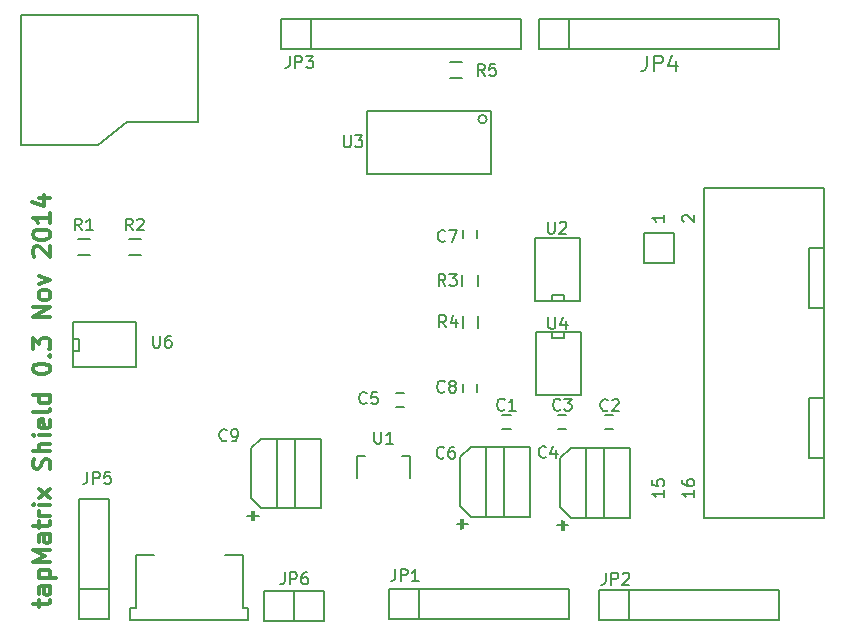
<source format=gto>
%FSLAX46Y46*%
G04 Gerber Fmt 4.6, Leading zero omitted, Abs format (unit mm)*
G04 Created by KiCad (PCBNEW (2014-08-05 BZR 5054)-product) date Sun 23 Nov 2014 06:48:31 PM PST*
%MOMM*%
G01*
G04 APERTURE LIST*
%ADD10C,0.152400*%
%ADD11C,0.300000*%
%ADD12C,0.150000*%
%ADD13C,0.127000*%
%ADD14C,0.203200*%
G04 APERTURE END LIST*
D10*
D11*
X132901571Y-137352285D02*
X132901571Y-136780856D01*
X132401571Y-137137999D02*
X133687286Y-137137999D01*
X133830143Y-137066571D01*
X133901571Y-136923713D01*
X133901571Y-136780856D01*
X133901571Y-135637999D02*
X133115857Y-135637999D01*
X132973000Y-135709428D01*
X132901571Y-135852285D01*
X132901571Y-136137999D01*
X132973000Y-136280856D01*
X133830143Y-135637999D02*
X133901571Y-135780856D01*
X133901571Y-136137999D01*
X133830143Y-136280856D01*
X133687286Y-136352285D01*
X133544429Y-136352285D01*
X133401571Y-136280856D01*
X133330143Y-136137999D01*
X133330143Y-135780856D01*
X133258714Y-135637999D01*
X132901571Y-134923713D02*
X134401571Y-134923713D01*
X132973000Y-134923713D02*
X132901571Y-134780856D01*
X132901571Y-134495142D01*
X132973000Y-134352285D01*
X133044429Y-134280856D01*
X133187286Y-134209427D01*
X133615857Y-134209427D01*
X133758714Y-134280856D01*
X133830143Y-134352285D01*
X133901571Y-134495142D01*
X133901571Y-134780856D01*
X133830143Y-134923713D01*
X133901571Y-133566570D02*
X132401571Y-133566570D01*
X133473000Y-133066570D01*
X132401571Y-132566570D01*
X133901571Y-132566570D01*
X133901571Y-131209427D02*
X133115857Y-131209427D01*
X132973000Y-131280856D01*
X132901571Y-131423713D01*
X132901571Y-131709427D01*
X132973000Y-131852284D01*
X133830143Y-131209427D02*
X133901571Y-131352284D01*
X133901571Y-131709427D01*
X133830143Y-131852284D01*
X133687286Y-131923713D01*
X133544429Y-131923713D01*
X133401571Y-131852284D01*
X133330143Y-131709427D01*
X133330143Y-131352284D01*
X133258714Y-131209427D01*
X132901571Y-130709427D02*
X132901571Y-130137998D01*
X132401571Y-130495141D02*
X133687286Y-130495141D01*
X133830143Y-130423713D01*
X133901571Y-130280855D01*
X133901571Y-130137998D01*
X133901571Y-129637998D02*
X132901571Y-129637998D01*
X133187286Y-129637998D02*
X133044429Y-129566570D01*
X132973000Y-129495141D01*
X132901571Y-129352284D01*
X132901571Y-129209427D01*
X133901571Y-128709427D02*
X132901571Y-128709427D01*
X132401571Y-128709427D02*
X132473000Y-128780856D01*
X132544429Y-128709427D01*
X132473000Y-128637999D01*
X132401571Y-128709427D01*
X132544429Y-128709427D01*
X133901571Y-128137998D02*
X132901571Y-127352284D01*
X132901571Y-128137998D02*
X133901571Y-127352284D01*
X133830143Y-125709427D02*
X133901571Y-125495141D01*
X133901571Y-125137998D01*
X133830143Y-124995141D01*
X133758714Y-124923712D01*
X133615857Y-124852284D01*
X133473000Y-124852284D01*
X133330143Y-124923712D01*
X133258714Y-124995141D01*
X133187286Y-125137998D01*
X133115857Y-125423712D01*
X133044429Y-125566570D01*
X132973000Y-125637998D01*
X132830143Y-125709427D01*
X132687286Y-125709427D01*
X132544429Y-125637998D01*
X132473000Y-125566570D01*
X132401571Y-125423712D01*
X132401571Y-125066570D01*
X132473000Y-124852284D01*
X133901571Y-124209427D02*
X132401571Y-124209427D01*
X133901571Y-123566570D02*
X133115857Y-123566570D01*
X132973000Y-123637999D01*
X132901571Y-123780856D01*
X132901571Y-123995141D01*
X132973000Y-124137999D01*
X133044429Y-124209427D01*
X133901571Y-122852284D02*
X132901571Y-122852284D01*
X132401571Y-122852284D02*
X132473000Y-122923713D01*
X132544429Y-122852284D01*
X132473000Y-122780856D01*
X132401571Y-122852284D01*
X132544429Y-122852284D01*
X133830143Y-121566570D02*
X133901571Y-121709427D01*
X133901571Y-121995141D01*
X133830143Y-122137998D01*
X133687286Y-122209427D01*
X133115857Y-122209427D01*
X132973000Y-122137998D01*
X132901571Y-121995141D01*
X132901571Y-121709427D01*
X132973000Y-121566570D01*
X133115857Y-121495141D01*
X133258714Y-121495141D01*
X133401571Y-122209427D01*
X133901571Y-120637998D02*
X133830143Y-120780856D01*
X133687286Y-120852284D01*
X132401571Y-120852284D01*
X133901571Y-119423713D02*
X132401571Y-119423713D01*
X133830143Y-119423713D02*
X133901571Y-119566570D01*
X133901571Y-119852284D01*
X133830143Y-119995142D01*
X133758714Y-120066570D01*
X133615857Y-120137999D01*
X133187286Y-120137999D01*
X133044429Y-120066570D01*
X132973000Y-119995142D01*
X132901571Y-119852284D01*
X132901571Y-119566570D01*
X132973000Y-119423713D01*
X132401571Y-117280856D02*
X132401571Y-117137999D01*
X132473000Y-116995142D01*
X132544429Y-116923713D01*
X132687286Y-116852284D01*
X132973000Y-116780856D01*
X133330143Y-116780856D01*
X133615857Y-116852284D01*
X133758714Y-116923713D01*
X133830143Y-116995142D01*
X133901571Y-117137999D01*
X133901571Y-117280856D01*
X133830143Y-117423713D01*
X133758714Y-117495142D01*
X133615857Y-117566570D01*
X133330143Y-117637999D01*
X132973000Y-117637999D01*
X132687286Y-117566570D01*
X132544429Y-117495142D01*
X132473000Y-117423713D01*
X132401571Y-117280856D01*
X133758714Y-116137999D02*
X133830143Y-116066571D01*
X133901571Y-116137999D01*
X133830143Y-116209428D01*
X133758714Y-116137999D01*
X133901571Y-116137999D01*
X132401571Y-115566570D02*
X132401571Y-114637999D01*
X132973000Y-115137999D01*
X132973000Y-114923713D01*
X133044429Y-114780856D01*
X133115857Y-114709427D01*
X133258714Y-114637999D01*
X133615857Y-114637999D01*
X133758714Y-114709427D01*
X133830143Y-114780856D01*
X133901571Y-114923713D01*
X133901571Y-115352285D01*
X133830143Y-115495142D01*
X133758714Y-115566570D01*
X133901571Y-112852285D02*
X132401571Y-112852285D01*
X133901571Y-111995142D01*
X132401571Y-111995142D01*
X133901571Y-111066570D02*
X133830143Y-111209428D01*
X133758714Y-111280856D01*
X133615857Y-111352285D01*
X133187286Y-111352285D01*
X133044429Y-111280856D01*
X132973000Y-111209428D01*
X132901571Y-111066570D01*
X132901571Y-110852285D01*
X132973000Y-110709428D01*
X133044429Y-110637999D01*
X133187286Y-110566570D01*
X133615857Y-110566570D01*
X133758714Y-110637999D01*
X133830143Y-110709428D01*
X133901571Y-110852285D01*
X133901571Y-111066570D01*
X132901571Y-110066570D02*
X133901571Y-109709427D01*
X132901571Y-109352285D01*
X132544429Y-107709428D02*
X132473000Y-107637999D01*
X132401571Y-107495142D01*
X132401571Y-107137999D01*
X132473000Y-106995142D01*
X132544429Y-106923713D01*
X132687286Y-106852285D01*
X132830143Y-106852285D01*
X133044429Y-106923713D01*
X133901571Y-107780856D01*
X133901571Y-106852285D01*
X132401571Y-105923714D02*
X132401571Y-105780857D01*
X132473000Y-105638000D01*
X132544429Y-105566571D01*
X132687286Y-105495142D01*
X132973000Y-105423714D01*
X133330143Y-105423714D01*
X133615857Y-105495142D01*
X133758714Y-105566571D01*
X133830143Y-105638000D01*
X133901571Y-105780857D01*
X133901571Y-105923714D01*
X133830143Y-106066571D01*
X133758714Y-106138000D01*
X133615857Y-106209428D01*
X133330143Y-106280857D01*
X132973000Y-106280857D01*
X132687286Y-106209428D01*
X132544429Y-106138000D01*
X132473000Y-106066571D01*
X132401571Y-105923714D01*
X133901571Y-103995143D02*
X133901571Y-104852286D01*
X133901571Y-104423714D02*
X132401571Y-104423714D01*
X132615857Y-104566571D01*
X132758714Y-104709429D01*
X132830143Y-104852286D01*
X132901571Y-102709429D02*
X133901571Y-102709429D01*
X132330143Y-103066572D02*
X133401571Y-103423715D01*
X133401571Y-102495143D01*
D12*
X146413500Y-87296500D02*
X131413500Y-87296500D01*
X131413500Y-87296500D02*
X131413500Y-98296500D01*
X131413500Y-98296500D02*
X137913500Y-98296500D01*
X137913500Y-98296500D02*
X140413500Y-96296500D01*
X140413500Y-96296500D02*
X146413500Y-96296500D01*
X146413500Y-96296500D02*
X146413500Y-87296500D01*
X199390000Y-112077500D02*
X198120000Y-112077500D01*
X198120000Y-112077500D02*
X198120000Y-106997500D01*
X198120000Y-106997500D02*
X199390000Y-106997500D01*
X199390000Y-124777500D02*
X198120000Y-124777500D01*
X198120000Y-124777500D02*
X198120000Y-119697500D01*
X198120000Y-119697500D02*
X199390000Y-119697500D01*
X199390000Y-129857500D02*
X199390000Y-101917500D01*
X199390000Y-101917500D02*
X189230000Y-101917500D01*
X199390000Y-129857500D02*
X189230000Y-129857500D01*
X189230000Y-129857500D02*
X189230000Y-101917500D01*
X184150000Y-108267500D02*
X186690000Y-108267500D01*
X186690000Y-108267500D02*
X186690000Y-105727500D01*
X186690000Y-105727500D02*
X184150000Y-105727500D01*
X184150000Y-105727500D02*
X184150000Y-108267500D01*
X142669000Y-132977000D02*
X141169000Y-132977000D01*
X141169000Y-132977000D02*
X141169000Y-137477000D01*
X141169000Y-137477000D02*
X140669000Y-137477000D01*
X140669000Y-137477000D02*
X140669000Y-138477000D01*
X140669000Y-138477000D02*
X145669000Y-138477000D01*
X148669000Y-132977000D02*
X150169000Y-132977000D01*
X150169000Y-132977000D02*
X150169000Y-137477000D01*
X145669000Y-138477000D02*
X150669000Y-138477000D01*
X150669000Y-138477000D02*
X150669000Y-137477000D01*
X150669000Y-137477000D02*
X150169000Y-137477000D01*
X177186000Y-130846000D02*
X177186000Y-130046000D01*
X177586000Y-130446000D02*
X176786000Y-130446000D01*
X176786000Y-130446000D02*
X177586000Y-130446000D01*
X179286000Y-123946000D02*
X177986000Y-123946000D01*
X177986000Y-123946000D02*
X177086000Y-124746000D01*
X177086000Y-124746000D02*
X177086000Y-128946000D01*
X179286000Y-129846000D02*
X177986000Y-129846000D01*
X177986000Y-129846000D02*
X177086000Y-128946000D01*
X180786000Y-129846000D02*
X179286000Y-129846000D01*
X179286000Y-129846000D02*
X179286000Y-123946000D01*
X179286000Y-123946000D02*
X180786000Y-123946000D01*
X182986000Y-123946000D02*
X182986000Y-129846000D01*
X182986000Y-129846000D02*
X180786000Y-129846000D01*
X180786000Y-129846000D02*
X180786000Y-123946000D01*
X180786000Y-123946000D02*
X182986000Y-123946000D01*
X168702400Y-130744400D02*
X168702400Y-129944400D01*
X169102400Y-130344400D02*
X168302400Y-130344400D01*
X168302400Y-130344400D02*
X169102400Y-130344400D01*
X170802400Y-123844400D02*
X169502400Y-123844400D01*
X169502400Y-123844400D02*
X168602400Y-124644400D01*
X168602400Y-124644400D02*
X168602400Y-128844400D01*
X170802400Y-129744400D02*
X169502400Y-129744400D01*
X169502400Y-129744400D02*
X168602400Y-128844400D01*
X172302400Y-129744400D02*
X170802400Y-129744400D01*
X170802400Y-129744400D02*
X170802400Y-123844400D01*
X170802400Y-123844400D02*
X172302400Y-123844400D01*
X174502400Y-123844400D02*
X174502400Y-129744400D01*
X174502400Y-129744400D02*
X172302400Y-129744400D01*
X172302400Y-129744400D02*
X172302400Y-123844400D01*
X172302400Y-123844400D02*
X174502400Y-123844400D01*
X150973200Y-130033200D02*
X150973200Y-129233200D01*
X151373200Y-129633200D02*
X150573200Y-129633200D01*
X150573200Y-129633200D02*
X151373200Y-129633200D01*
X153073200Y-123133200D02*
X151773200Y-123133200D01*
X151773200Y-123133200D02*
X150873200Y-123933200D01*
X150873200Y-123933200D02*
X150873200Y-128133200D01*
X153073200Y-129033200D02*
X151773200Y-129033200D01*
X151773200Y-129033200D02*
X150873200Y-128133200D01*
X154573200Y-129033200D02*
X153073200Y-129033200D01*
X153073200Y-129033200D02*
X153073200Y-123133200D01*
X153073200Y-123133200D02*
X154573200Y-123133200D01*
X156773200Y-123133200D02*
X156773200Y-129033200D01*
X156773200Y-129033200D02*
X154573200Y-129033200D01*
X154573200Y-129033200D02*
X154573200Y-123133200D01*
X154573200Y-123133200D02*
X156773200Y-123133200D01*
D13*
X135813800Y-116941600D02*
X135813800Y-117068600D01*
X135813800Y-117068600D02*
X141147800Y-117068600D01*
X141147800Y-113258600D02*
X135813800Y-113258600D01*
X135813800Y-113258600D02*
X135813800Y-116941600D01*
X135813800Y-114655600D02*
X136321800Y-114655600D01*
X136321800Y-114655600D02*
X136321800Y-115671600D01*
X136321800Y-115671600D02*
X135813800Y-115671600D01*
X141147800Y-113258600D02*
X141147800Y-117068600D01*
D12*
X172866800Y-122316800D02*
X172166800Y-122316800D01*
X172166800Y-121116800D02*
X172866800Y-121116800D01*
X180853600Y-121116800D02*
X181553600Y-121116800D01*
X181553600Y-122316800D02*
X180853600Y-122316800D01*
X163124400Y-119237200D02*
X163824400Y-119237200D01*
X163824400Y-120437200D02*
X163124400Y-120437200D01*
X170018000Y-118458500D02*
X170018000Y-119158500D01*
X168818000Y-119158500D02*
X168818000Y-118458500D01*
X170018000Y-105441000D02*
X170018000Y-106141000D01*
X168818000Y-106141000D02*
X168818000Y-105441000D01*
X137215500Y-107609000D02*
X136215500Y-107609000D01*
X136215500Y-106259000D02*
X137215500Y-106259000D01*
X141533500Y-107609000D02*
X140533500Y-107609000D01*
X140533500Y-106259000D02*
X141533500Y-106259000D01*
X170093000Y-109228000D02*
X170093000Y-110228000D01*
X168743000Y-110228000D02*
X168743000Y-109228000D01*
X170143800Y-112733200D02*
X170143800Y-113733200D01*
X168793800Y-113733200D02*
X168793800Y-112733200D01*
X167711500Y-91273000D02*
X168711500Y-91273000D01*
X168711500Y-92623000D02*
X167711500Y-92623000D01*
X155956000Y-87630000D02*
X173736000Y-87630000D01*
X173736000Y-87630000D02*
X173736000Y-90170000D01*
X173736000Y-90170000D02*
X155956000Y-90170000D01*
X153416000Y-87630000D02*
X155956000Y-87630000D01*
X155956000Y-87630000D02*
X155956000Y-90170000D01*
X153416000Y-87630000D02*
X153416000Y-90170000D01*
X153416000Y-90170000D02*
X155956000Y-90170000D01*
X138874500Y-135826500D02*
X138874500Y-128206500D01*
X136334500Y-135826500D02*
X136334500Y-128206500D01*
X136334500Y-138366500D02*
X136334500Y-135826500D01*
X138874500Y-128206500D02*
X136334500Y-128206500D01*
X136334500Y-135826500D02*
X138874500Y-135826500D01*
X136334500Y-138366500D02*
X138874500Y-138366500D01*
X138874500Y-138366500D02*
X138874500Y-135826500D01*
X154559000Y-136017000D02*
X154559000Y-138557000D01*
X152019000Y-136017000D02*
X152019000Y-138557000D01*
X152019000Y-138557000D02*
X154559000Y-138557000D01*
X154559000Y-138557000D02*
X157099000Y-138557000D01*
X157099000Y-138557000D02*
X157099000Y-136017000D01*
X157099000Y-136017000D02*
X152019000Y-136017000D01*
X165100000Y-135890000D02*
X177800000Y-135890000D01*
X177800000Y-135890000D02*
X177800000Y-138430000D01*
X177800000Y-138430000D02*
X165100000Y-138430000D01*
X162560000Y-135890000D02*
X165100000Y-135890000D01*
X165100000Y-135890000D02*
X165100000Y-138430000D01*
X162560000Y-135890000D02*
X162560000Y-138430000D01*
X162560000Y-138430000D02*
X165100000Y-138430000D01*
X182880000Y-135953500D02*
X195580000Y-135953500D01*
X195580000Y-135953500D02*
X195580000Y-138493500D01*
X195580000Y-138493500D02*
X182880000Y-138493500D01*
X180340000Y-135953500D02*
X182880000Y-135953500D01*
X182880000Y-135953500D02*
X182880000Y-138493500D01*
X180340000Y-135953500D02*
X180340000Y-138493500D01*
X180340000Y-138493500D02*
X182880000Y-138493500D01*
D13*
X178625500Y-111506000D02*
X178752500Y-111506000D01*
X178752500Y-111506000D02*
X178752500Y-106172000D01*
X174942500Y-106172000D02*
X174942500Y-111506000D01*
X174942500Y-111506000D02*
X178625500Y-111506000D01*
X176339500Y-111506000D02*
X176339500Y-110998000D01*
X176339500Y-110998000D02*
X177355500Y-110998000D01*
X177355500Y-110998000D02*
X177355500Y-111506000D01*
X174942500Y-106172000D02*
X178752500Y-106172000D01*
X175107600Y-114071400D02*
X174980600Y-114071400D01*
X174980600Y-114071400D02*
X174980600Y-119405400D01*
X178790600Y-119405400D02*
X178790600Y-114071400D01*
X178790600Y-114071400D02*
X175107600Y-114071400D01*
X177393600Y-114071400D02*
X177393600Y-114579400D01*
X177393600Y-114579400D02*
X176377600Y-114579400D01*
X176377600Y-114579400D02*
X176377600Y-114071400D01*
X178790600Y-119405400D02*
X174980600Y-119405400D01*
D12*
X170846555Y-96079000D02*
G75*
G03X170846555Y-96079000I-360555J0D01*
G74*
G01*
X171186000Y-95379000D02*
X171186000Y-100679000D01*
X171186000Y-100679000D02*
X160686000Y-100679000D01*
X160686000Y-100679000D02*
X160686000Y-95379000D01*
X160686000Y-95379000D02*
X171186000Y-95379000D01*
X176840400Y-121116800D02*
X177540400Y-121116800D01*
X177540400Y-122316800D02*
X176840400Y-122316800D01*
X159852360Y-124632720D02*
X159852360Y-126433580D01*
X159852360Y-124632720D02*
X160502600Y-124632720D01*
X164353240Y-124632720D02*
X164353240Y-126433580D01*
X164353240Y-124632720D02*
X163703000Y-124632720D01*
X177800000Y-87630000D02*
X195580000Y-87630000D01*
X195580000Y-87630000D02*
X195580000Y-90170000D01*
X195580000Y-90170000D02*
X177800000Y-90170000D01*
X175260000Y-87630000D02*
X177800000Y-87630000D01*
X177800000Y-87630000D02*
X177800000Y-90170000D01*
X175260000Y-87630000D02*
X175260000Y-90170000D01*
X175260000Y-90170000D02*
X177800000Y-90170000D01*
X188412381Y-127507976D02*
X188412381Y-128079405D01*
X188412381Y-127793691D02*
X187412381Y-127793691D01*
X187555238Y-127888929D01*
X187650476Y-127984167D01*
X187698095Y-128079405D01*
X187412381Y-126650833D02*
X187412381Y-126841310D01*
X187460000Y-126936548D01*
X187507619Y-126984167D01*
X187650476Y-127079405D01*
X187840952Y-127127024D01*
X188221905Y-127127024D01*
X188317143Y-127079405D01*
X188364762Y-127031786D01*
X188412381Y-126936548D01*
X188412381Y-126746071D01*
X188364762Y-126650833D01*
X188317143Y-126603214D01*
X188221905Y-126555595D01*
X187983810Y-126555595D01*
X187888571Y-126603214D01*
X187840952Y-126650833D01*
X187793333Y-126746071D01*
X187793333Y-126936548D01*
X187840952Y-127031786D01*
X187888571Y-127079405D01*
X187983810Y-127127024D01*
X185872381Y-127507976D02*
X185872381Y-128079405D01*
X185872381Y-127793691D02*
X184872381Y-127793691D01*
X185015238Y-127888929D01*
X185110476Y-127984167D01*
X185158095Y-128079405D01*
X184872381Y-126603214D02*
X184872381Y-127079405D01*
X185348571Y-127127024D01*
X185300952Y-127079405D01*
X185253333Y-126984167D01*
X185253333Y-126746071D01*
X185300952Y-126650833D01*
X185348571Y-126603214D01*
X185443810Y-126555595D01*
X185681905Y-126555595D01*
X185777143Y-126603214D01*
X185824762Y-126650833D01*
X185872381Y-126746071D01*
X185872381Y-126984167D01*
X185824762Y-127079405D01*
X185777143Y-127127024D01*
X187507619Y-104743214D02*
X187460000Y-104695595D01*
X187412381Y-104600357D01*
X187412381Y-104362261D01*
X187460000Y-104267023D01*
X187507619Y-104219404D01*
X187602857Y-104171785D01*
X187698095Y-104171785D01*
X187840952Y-104219404D01*
X188412381Y-104790833D01*
X188412381Y-104171785D01*
X185872381Y-104171785D02*
X185872381Y-104743214D01*
X185872381Y-104457500D02*
X184872381Y-104457500D01*
X185015238Y-104552738D01*
X185110476Y-104647976D01*
X185158095Y-104743214D01*
X175855334Y-124664743D02*
X175807715Y-124712362D01*
X175664858Y-124759981D01*
X175569620Y-124759981D01*
X175426762Y-124712362D01*
X175331524Y-124617124D01*
X175283905Y-124521886D01*
X175236286Y-124331410D01*
X175236286Y-124188552D01*
X175283905Y-123998076D01*
X175331524Y-123902838D01*
X175426762Y-123807600D01*
X175569620Y-123759981D01*
X175664858Y-123759981D01*
X175807715Y-123807600D01*
X175855334Y-123855219D01*
X176712477Y-124093314D02*
X176712477Y-124759981D01*
X176474381Y-123712362D02*
X176236286Y-124426648D01*
X176855334Y-124426648D01*
X177357429Y-130826952D02*
X177357429Y-130065047D01*
X177738381Y-130445999D02*
X176976476Y-130445999D01*
X167219334Y-124715543D02*
X167171715Y-124763162D01*
X167028858Y-124810781D01*
X166933620Y-124810781D01*
X166790762Y-124763162D01*
X166695524Y-124667924D01*
X166647905Y-124572686D01*
X166600286Y-124382210D01*
X166600286Y-124239352D01*
X166647905Y-124048876D01*
X166695524Y-123953638D01*
X166790762Y-123858400D01*
X166933620Y-123810781D01*
X167028858Y-123810781D01*
X167171715Y-123858400D01*
X167219334Y-123906019D01*
X168076477Y-123810781D02*
X167886000Y-123810781D01*
X167790762Y-123858400D01*
X167743143Y-123906019D01*
X167647905Y-124048876D01*
X167600286Y-124239352D01*
X167600286Y-124620305D01*
X167647905Y-124715543D01*
X167695524Y-124763162D01*
X167790762Y-124810781D01*
X167981239Y-124810781D01*
X168076477Y-124763162D01*
X168124096Y-124715543D01*
X168171715Y-124620305D01*
X168171715Y-124382210D01*
X168124096Y-124286971D01*
X168076477Y-124239352D01*
X167981239Y-124191733D01*
X167790762Y-124191733D01*
X167695524Y-124239352D01*
X167647905Y-124286971D01*
X167600286Y-124382210D01*
X168873829Y-130725352D02*
X168873829Y-129963447D01*
X169254781Y-130344399D02*
X168492876Y-130344399D01*
X148829734Y-123242343D02*
X148782115Y-123289962D01*
X148639258Y-123337581D01*
X148544020Y-123337581D01*
X148401162Y-123289962D01*
X148305924Y-123194724D01*
X148258305Y-123099486D01*
X148210686Y-122909010D01*
X148210686Y-122766152D01*
X148258305Y-122575676D01*
X148305924Y-122480438D01*
X148401162Y-122385200D01*
X148544020Y-122337581D01*
X148639258Y-122337581D01*
X148782115Y-122385200D01*
X148829734Y-122432819D01*
X149305924Y-123337581D02*
X149496400Y-123337581D01*
X149591639Y-123289962D01*
X149639258Y-123242343D01*
X149734496Y-123099486D01*
X149782115Y-122909010D01*
X149782115Y-122528057D01*
X149734496Y-122432819D01*
X149686877Y-122385200D01*
X149591639Y-122337581D01*
X149401162Y-122337581D01*
X149305924Y-122385200D01*
X149258305Y-122432819D01*
X149210686Y-122528057D01*
X149210686Y-122766152D01*
X149258305Y-122861390D01*
X149305924Y-122909010D01*
X149401162Y-122956629D01*
X149591639Y-122956629D01*
X149686877Y-122909010D01*
X149734496Y-122861390D01*
X149782115Y-122766152D01*
X151144629Y-130014152D02*
X151144629Y-129252247D01*
X151525581Y-129633199D02*
X150763676Y-129633199D01*
X142595695Y-114412781D02*
X142595695Y-115222305D01*
X142643314Y-115317543D01*
X142690933Y-115365162D01*
X142786171Y-115412781D01*
X142976648Y-115412781D01*
X143071886Y-115365162D01*
X143119505Y-115317543D01*
X143167124Y-115222305D01*
X143167124Y-114412781D01*
X144071886Y-114412781D02*
X143881409Y-114412781D01*
X143786171Y-114460400D01*
X143738552Y-114508019D01*
X143643314Y-114650876D01*
X143595695Y-114841352D01*
X143595695Y-115222305D01*
X143643314Y-115317543D01*
X143690933Y-115365162D01*
X143786171Y-115412781D01*
X143976648Y-115412781D01*
X144071886Y-115365162D01*
X144119505Y-115317543D01*
X144167124Y-115222305D01*
X144167124Y-114984210D01*
X144119505Y-114888971D01*
X144071886Y-114841352D01*
X143976648Y-114793733D01*
X143786171Y-114793733D01*
X143690933Y-114841352D01*
X143643314Y-114888971D01*
X143595695Y-114984210D01*
X172350134Y-120651543D02*
X172302515Y-120699162D01*
X172159658Y-120746781D01*
X172064420Y-120746781D01*
X171921562Y-120699162D01*
X171826324Y-120603924D01*
X171778705Y-120508686D01*
X171731086Y-120318210D01*
X171731086Y-120175352D01*
X171778705Y-119984876D01*
X171826324Y-119889638D01*
X171921562Y-119794400D01*
X172064420Y-119746781D01*
X172159658Y-119746781D01*
X172302515Y-119794400D01*
X172350134Y-119842019D01*
X173302515Y-120746781D02*
X172731086Y-120746781D01*
X173016800Y-120746781D02*
X173016800Y-119746781D01*
X172921562Y-119889638D01*
X172826324Y-119984876D01*
X172731086Y-120032495D01*
X181087734Y-120702343D02*
X181040115Y-120749962D01*
X180897258Y-120797581D01*
X180802020Y-120797581D01*
X180659162Y-120749962D01*
X180563924Y-120654724D01*
X180516305Y-120559486D01*
X180468686Y-120369010D01*
X180468686Y-120226152D01*
X180516305Y-120035676D01*
X180563924Y-119940438D01*
X180659162Y-119845200D01*
X180802020Y-119797581D01*
X180897258Y-119797581D01*
X181040115Y-119845200D01*
X181087734Y-119892819D01*
X181468686Y-119892819D02*
X181516305Y-119845200D01*
X181611543Y-119797581D01*
X181849639Y-119797581D01*
X181944877Y-119845200D01*
X181992496Y-119892819D01*
X182040115Y-119988057D01*
X182040115Y-120083295D01*
X181992496Y-120226152D01*
X181421067Y-120797581D01*
X182040115Y-120797581D01*
X160666134Y-120092743D02*
X160618515Y-120140362D01*
X160475658Y-120187981D01*
X160380420Y-120187981D01*
X160237562Y-120140362D01*
X160142324Y-120045124D01*
X160094705Y-119949886D01*
X160047086Y-119759410D01*
X160047086Y-119616552D01*
X160094705Y-119426076D01*
X160142324Y-119330838D01*
X160237562Y-119235600D01*
X160380420Y-119187981D01*
X160475658Y-119187981D01*
X160618515Y-119235600D01*
X160666134Y-119283219D01*
X161570896Y-119187981D02*
X161094705Y-119187981D01*
X161047086Y-119664171D01*
X161094705Y-119616552D01*
X161189943Y-119568933D01*
X161428039Y-119568933D01*
X161523277Y-119616552D01*
X161570896Y-119664171D01*
X161618515Y-119759410D01*
X161618515Y-119997505D01*
X161570896Y-120092743D01*
X161523277Y-120140362D01*
X161428039Y-120187981D01*
X161189943Y-120187981D01*
X161094705Y-120140362D01*
X161047086Y-120092743D01*
X167270134Y-119127543D02*
X167222515Y-119175162D01*
X167079658Y-119222781D01*
X166984420Y-119222781D01*
X166841562Y-119175162D01*
X166746324Y-119079924D01*
X166698705Y-118984686D01*
X166651086Y-118794210D01*
X166651086Y-118651352D01*
X166698705Y-118460876D01*
X166746324Y-118365638D01*
X166841562Y-118270400D01*
X166984420Y-118222781D01*
X167079658Y-118222781D01*
X167222515Y-118270400D01*
X167270134Y-118318019D01*
X167841562Y-118651352D02*
X167746324Y-118603733D01*
X167698705Y-118556114D01*
X167651086Y-118460876D01*
X167651086Y-118413257D01*
X167698705Y-118318019D01*
X167746324Y-118270400D01*
X167841562Y-118222781D01*
X168032039Y-118222781D01*
X168127277Y-118270400D01*
X168174896Y-118318019D01*
X168222515Y-118413257D01*
X168222515Y-118460876D01*
X168174896Y-118556114D01*
X168127277Y-118603733D01*
X168032039Y-118651352D01*
X167841562Y-118651352D01*
X167746324Y-118698971D01*
X167698705Y-118746590D01*
X167651086Y-118841829D01*
X167651086Y-119032305D01*
X167698705Y-119127543D01*
X167746324Y-119175162D01*
X167841562Y-119222781D01*
X168032039Y-119222781D01*
X168127277Y-119175162D01*
X168174896Y-119127543D01*
X168222515Y-119032305D01*
X168222515Y-118841829D01*
X168174896Y-118746590D01*
X168127277Y-118698971D01*
X168032039Y-118651352D01*
X167320934Y-106376743D02*
X167273315Y-106424362D01*
X167130458Y-106471981D01*
X167035220Y-106471981D01*
X166892362Y-106424362D01*
X166797124Y-106329124D01*
X166749505Y-106233886D01*
X166701886Y-106043410D01*
X166701886Y-105900552D01*
X166749505Y-105710076D01*
X166797124Y-105614838D01*
X166892362Y-105519600D01*
X167035220Y-105471981D01*
X167130458Y-105471981D01*
X167273315Y-105519600D01*
X167320934Y-105567219D01*
X167654267Y-105471981D02*
X168320934Y-105471981D01*
X167892362Y-106471981D01*
X136548834Y-105486381D02*
X136215500Y-105010190D01*
X135977405Y-105486381D02*
X135977405Y-104486381D01*
X136358358Y-104486381D01*
X136453596Y-104534000D01*
X136501215Y-104581619D01*
X136548834Y-104676857D01*
X136548834Y-104819714D01*
X136501215Y-104914952D01*
X136453596Y-104962571D01*
X136358358Y-105010190D01*
X135977405Y-105010190D01*
X137501215Y-105486381D02*
X136929786Y-105486381D01*
X137215500Y-105486381D02*
X137215500Y-104486381D01*
X137120262Y-104629238D01*
X137025024Y-104724476D01*
X136929786Y-104772095D01*
X140866834Y-105486381D02*
X140533500Y-105010190D01*
X140295405Y-105486381D02*
X140295405Y-104486381D01*
X140676358Y-104486381D01*
X140771596Y-104534000D01*
X140819215Y-104581619D01*
X140866834Y-104676857D01*
X140866834Y-104819714D01*
X140819215Y-104914952D01*
X140771596Y-104962571D01*
X140676358Y-105010190D01*
X140295405Y-105010190D01*
X141247786Y-104581619D02*
X141295405Y-104534000D01*
X141390643Y-104486381D01*
X141628739Y-104486381D01*
X141723977Y-104534000D01*
X141771596Y-104581619D01*
X141819215Y-104676857D01*
X141819215Y-104772095D01*
X141771596Y-104914952D01*
X141200167Y-105486381D01*
X141819215Y-105486381D01*
X167351334Y-110180381D02*
X167018000Y-109704190D01*
X166779905Y-110180381D02*
X166779905Y-109180381D01*
X167160858Y-109180381D01*
X167256096Y-109228000D01*
X167303715Y-109275619D01*
X167351334Y-109370857D01*
X167351334Y-109513714D01*
X167303715Y-109608952D01*
X167256096Y-109656571D01*
X167160858Y-109704190D01*
X166779905Y-109704190D01*
X167684667Y-109180381D02*
X168303715Y-109180381D01*
X167970381Y-109561333D01*
X168113239Y-109561333D01*
X168208477Y-109608952D01*
X168256096Y-109656571D01*
X168303715Y-109751810D01*
X168303715Y-109989905D01*
X168256096Y-110085143D01*
X168208477Y-110132762D01*
X168113239Y-110180381D01*
X167827524Y-110180381D01*
X167732286Y-110132762D01*
X167684667Y-110085143D01*
X167402134Y-113685581D02*
X167068800Y-113209390D01*
X166830705Y-113685581D02*
X166830705Y-112685581D01*
X167211658Y-112685581D01*
X167306896Y-112733200D01*
X167354515Y-112780819D01*
X167402134Y-112876057D01*
X167402134Y-113018914D01*
X167354515Y-113114152D01*
X167306896Y-113161771D01*
X167211658Y-113209390D01*
X166830705Y-113209390D01*
X168259277Y-113018914D02*
X168259277Y-113685581D01*
X168021181Y-112637962D02*
X167783086Y-113352248D01*
X168402134Y-113352248D01*
X170673734Y-92400381D02*
X170340400Y-91924190D01*
X170102305Y-92400381D02*
X170102305Y-91400381D01*
X170483258Y-91400381D01*
X170578496Y-91448000D01*
X170626115Y-91495619D01*
X170673734Y-91590857D01*
X170673734Y-91733714D01*
X170626115Y-91828952D01*
X170578496Y-91876571D01*
X170483258Y-91924190D01*
X170102305Y-91924190D01*
X171578496Y-91400381D02*
X171102305Y-91400381D01*
X171054686Y-91876571D01*
X171102305Y-91828952D01*
X171197543Y-91781333D01*
X171435639Y-91781333D01*
X171530877Y-91828952D01*
X171578496Y-91876571D01*
X171626115Y-91971810D01*
X171626115Y-92209905D01*
X171578496Y-92305143D01*
X171530877Y-92352762D01*
X171435639Y-92400381D01*
X171197543Y-92400381D01*
X171102305Y-92352762D01*
X171054686Y-92305143D01*
X154157467Y-90739981D02*
X154157467Y-91454267D01*
X154109847Y-91597124D01*
X154014609Y-91692362D01*
X153871752Y-91739981D01*
X153776514Y-91739981D01*
X154633657Y-91739981D02*
X154633657Y-90739981D01*
X155014610Y-90739981D01*
X155109848Y-90787600D01*
X155157467Y-90835219D01*
X155205086Y-90930457D01*
X155205086Y-91073314D01*
X155157467Y-91168552D01*
X155109848Y-91216171D01*
X155014610Y-91263790D01*
X154633657Y-91263790D01*
X155538419Y-90739981D02*
X156157467Y-90739981D01*
X155824133Y-91120933D01*
X155966991Y-91120933D01*
X156062229Y-91168552D01*
X156109848Y-91216171D01*
X156157467Y-91311410D01*
X156157467Y-91549505D01*
X156109848Y-91644743D01*
X156062229Y-91692362D01*
X155966991Y-91739981D01*
X155681276Y-91739981D01*
X155586038Y-91692362D01*
X155538419Y-91644743D01*
X137037867Y-125944381D02*
X137037867Y-126658667D01*
X136990247Y-126801524D01*
X136895009Y-126896762D01*
X136752152Y-126944381D01*
X136656914Y-126944381D01*
X137514057Y-126944381D02*
X137514057Y-125944381D01*
X137895010Y-125944381D01*
X137990248Y-125992000D01*
X138037867Y-126039619D01*
X138085486Y-126134857D01*
X138085486Y-126277714D01*
X138037867Y-126372952D01*
X137990248Y-126420571D01*
X137895010Y-126468190D01*
X137514057Y-126468190D01*
X138990248Y-125944381D02*
X138514057Y-125944381D01*
X138466438Y-126420571D01*
X138514057Y-126372952D01*
X138609295Y-126325333D01*
X138847391Y-126325333D01*
X138942629Y-126372952D01*
X138990248Y-126420571D01*
X139037867Y-126515810D01*
X139037867Y-126753905D01*
X138990248Y-126849143D01*
X138942629Y-126896762D01*
X138847391Y-126944381D01*
X138609295Y-126944381D01*
X138514057Y-126896762D01*
X138466438Y-126849143D01*
X153725667Y-134453381D02*
X153725667Y-135167667D01*
X153678047Y-135310524D01*
X153582809Y-135405762D01*
X153439952Y-135453381D01*
X153344714Y-135453381D01*
X154201857Y-135453381D02*
X154201857Y-134453381D01*
X154582810Y-134453381D01*
X154678048Y-134501000D01*
X154725667Y-134548619D01*
X154773286Y-134643857D01*
X154773286Y-134786714D01*
X154725667Y-134881952D01*
X154678048Y-134929571D01*
X154582810Y-134977190D01*
X154201857Y-134977190D01*
X155630429Y-134453381D02*
X155439952Y-134453381D01*
X155344714Y-134501000D01*
X155297095Y-134548619D01*
X155201857Y-134691476D01*
X155154238Y-134881952D01*
X155154238Y-135262905D01*
X155201857Y-135358143D01*
X155249476Y-135405762D01*
X155344714Y-135453381D01*
X155535191Y-135453381D01*
X155630429Y-135405762D01*
X155678048Y-135358143D01*
X155725667Y-135262905D01*
X155725667Y-135024810D01*
X155678048Y-134929571D01*
X155630429Y-134881952D01*
X155535191Y-134834333D01*
X155344714Y-134834333D01*
X155249476Y-134881952D01*
X155201857Y-134929571D01*
X155154238Y-135024810D01*
X163098267Y-134173981D02*
X163098267Y-134888267D01*
X163050647Y-135031124D01*
X162955409Y-135126362D01*
X162812552Y-135173981D01*
X162717314Y-135173981D01*
X163574457Y-135173981D02*
X163574457Y-134173981D01*
X163955410Y-134173981D01*
X164050648Y-134221600D01*
X164098267Y-134269219D01*
X164145886Y-134364457D01*
X164145886Y-134507314D01*
X164098267Y-134602552D01*
X164050648Y-134650171D01*
X163955410Y-134697790D01*
X163574457Y-134697790D01*
X165098267Y-135173981D02*
X164526838Y-135173981D01*
X164812552Y-135173981D02*
X164812552Y-134173981D01*
X164717314Y-134316838D01*
X164622076Y-134412076D01*
X164526838Y-134459695D01*
X180929067Y-134478781D02*
X180929067Y-135193067D01*
X180881447Y-135335924D01*
X180786209Y-135431162D01*
X180643352Y-135478781D01*
X180548114Y-135478781D01*
X181405257Y-135478781D02*
X181405257Y-134478781D01*
X181786210Y-134478781D01*
X181881448Y-134526400D01*
X181929067Y-134574019D01*
X181976686Y-134669257D01*
X181976686Y-134812114D01*
X181929067Y-134907352D01*
X181881448Y-134954971D01*
X181786210Y-135002590D01*
X181405257Y-135002590D01*
X182357638Y-134574019D02*
X182405257Y-134526400D01*
X182500495Y-134478781D01*
X182738591Y-134478781D01*
X182833829Y-134526400D01*
X182881448Y-134574019D01*
X182929067Y-134669257D01*
X182929067Y-134764495D01*
X182881448Y-134907352D01*
X182310019Y-135478781D01*
X182929067Y-135478781D01*
X176022095Y-104760781D02*
X176022095Y-105570305D01*
X176069714Y-105665543D01*
X176117333Y-105713162D01*
X176212571Y-105760781D01*
X176403048Y-105760781D01*
X176498286Y-105713162D01*
X176545905Y-105665543D01*
X176593524Y-105570305D01*
X176593524Y-104760781D01*
X177022095Y-104856019D02*
X177069714Y-104808400D01*
X177164952Y-104760781D01*
X177403048Y-104760781D01*
X177498286Y-104808400D01*
X177545905Y-104856019D01*
X177593524Y-104951257D01*
X177593524Y-105046495D01*
X177545905Y-105189352D01*
X176974476Y-105760781D01*
X177593524Y-105760781D01*
X176072895Y-112837981D02*
X176072895Y-113647505D01*
X176120514Y-113742743D01*
X176168133Y-113790362D01*
X176263371Y-113837981D01*
X176453848Y-113837981D01*
X176549086Y-113790362D01*
X176596705Y-113742743D01*
X176644324Y-113647505D01*
X176644324Y-112837981D01*
X177549086Y-113171314D02*
X177549086Y-113837981D01*
X177310990Y-112790362D02*
X177072895Y-113504648D01*
X177691943Y-113504648D01*
X158750095Y-97445581D02*
X158750095Y-98255105D01*
X158797714Y-98350343D01*
X158845333Y-98397962D01*
X158940571Y-98445581D01*
X159131048Y-98445581D01*
X159226286Y-98397962D01*
X159273905Y-98350343D01*
X159321524Y-98255105D01*
X159321524Y-97445581D01*
X159702476Y-97445581D02*
X160321524Y-97445581D01*
X159988190Y-97826533D01*
X160131048Y-97826533D01*
X160226286Y-97874152D01*
X160273905Y-97921771D01*
X160321524Y-98017010D01*
X160321524Y-98255105D01*
X160273905Y-98350343D01*
X160226286Y-98397962D01*
X160131048Y-98445581D01*
X159845333Y-98445581D01*
X159750095Y-98397962D01*
X159702476Y-98350343D01*
X177074534Y-120651543D02*
X177026915Y-120699162D01*
X176884058Y-120746781D01*
X176788820Y-120746781D01*
X176645962Y-120699162D01*
X176550724Y-120603924D01*
X176503105Y-120508686D01*
X176455486Y-120318210D01*
X176455486Y-120175352D01*
X176503105Y-119984876D01*
X176550724Y-119889638D01*
X176645962Y-119794400D01*
X176788820Y-119746781D01*
X176884058Y-119746781D01*
X177026915Y-119794400D01*
X177074534Y-119842019D01*
X177407867Y-119746781D02*
X178026915Y-119746781D01*
X177693581Y-120127733D01*
X177836439Y-120127733D01*
X177931677Y-120175352D01*
X177979296Y-120222971D01*
X178026915Y-120318210D01*
X178026915Y-120556305D01*
X177979296Y-120651543D01*
X177931677Y-120699162D01*
X177836439Y-120746781D01*
X177550724Y-120746781D01*
X177455486Y-120699162D01*
X177407867Y-120651543D01*
X161340895Y-122540781D02*
X161340895Y-123350305D01*
X161388514Y-123445543D01*
X161436133Y-123493162D01*
X161531371Y-123540781D01*
X161721848Y-123540781D01*
X161817086Y-123493162D01*
X161864705Y-123445543D01*
X161912324Y-123350305D01*
X161912324Y-122540781D01*
X162912324Y-123540781D02*
X162340895Y-123540781D01*
X162626609Y-123540781D02*
X162626609Y-122540781D01*
X162531371Y-122683638D01*
X162436133Y-122778876D01*
X162340895Y-122826495D01*
D14*
X184412467Y-90693724D02*
X184412467Y-91600867D01*
X184351991Y-91782295D01*
X184231039Y-91903248D01*
X184049610Y-91963724D01*
X183928658Y-91963724D01*
X185017229Y-91963724D02*
X185017229Y-90693724D01*
X185501038Y-90693724D01*
X185621991Y-90754200D01*
X185682467Y-90814676D01*
X185742943Y-90935629D01*
X185742943Y-91117057D01*
X185682467Y-91238010D01*
X185621991Y-91298486D01*
X185501038Y-91358962D01*
X185017229Y-91358962D01*
X186831515Y-91117057D02*
X186831515Y-91963724D01*
X186529134Y-90633248D02*
X186226753Y-91540390D01*
X187012943Y-91540390D01*
M02*

</source>
